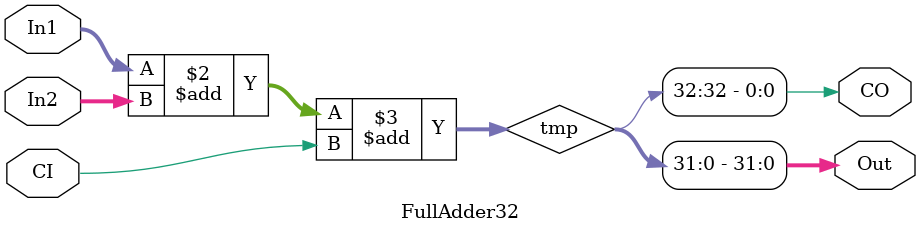
<source format=v>
`timescale 1ns / 1ps

// RTL级32位全加器
module FullAdder32 (
        input wire [31:0]   In1, 
        input wire [31:0]   In2, 
        input wire CI, 
        output wire [31:0]  Out,
        output wire CO
    );

    reg [32:0]  tmp;

    assign  Out = tmp[31:0];
    assign  CO  = tmp[32];

    always @(*) begin
        tmp = In1 + In2 + CI;
    end
    
endmodule
</source>
